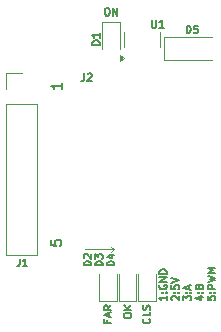
<source format=gbr>
%TF.GenerationSoftware,KiCad,Pcbnew,9.0.5-9.0.5~ubuntu24.04.1*%
%TF.CreationDate,2025-10-22T23:17:43-07:00*%
%TF.ProjectId,mag-encoder,6d61672d-656e-4636-9f64-65722e6b6963,1*%
%TF.SameCoordinates,Original*%
%TF.FileFunction,Legend,Top*%
%TF.FilePolarity,Positive*%
%FSLAX46Y46*%
G04 Gerber Fmt 4.6, Leading zero omitted, Abs format (unit mm)*
G04 Created by KiCad (PCBNEW 9.0.5-9.0.5~ubuntu24.04.1) date 2025-10-22 23:17:43*
%MOMM*%
%LPD*%
G01*
G04 APERTURE LIST*
%ADD10C,0.100000*%
%ADD11C,0.152400*%
%ADD12C,0.127000*%
%ADD13C,0.120000*%
G04 APERTURE END LIST*
D10*
X226796600Y-130810000D02*
X229235000Y-130810000D01*
X229235000Y-130810000D02*
X228955600Y-131038600D01*
X229235000Y-130810000D02*
X228955600Y-130581400D01*
D11*
X224800279Y-116687599D02*
X224800279Y-117195599D01*
X224800279Y-116941599D02*
X223911279Y-116941599D01*
X223911279Y-116941599D02*
X224038279Y-117026266D01*
X224038279Y-117026266D02*
X224122946Y-117110933D01*
X224122946Y-117110933D02*
X224165279Y-117195599D01*
D12*
X233700531Y-134738438D02*
X233700531Y-135101295D01*
X233700531Y-134919867D02*
X233065531Y-134919867D01*
X233065531Y-134919867D02*
X233156245Y-134980343D01*
X233156245Y-134980343D02*
X233216721Y-135040819D01*
X233216721Y-135040819D02*
X233246959Y-135101295D01*
X233640054Y-134466295D02*
X233670293Y-134436057D01*
X233670293Y-134436057D02*
X233700531Y-134466295D01*
X233700531Y-134466295D02*
X233670293Y-134496533D01*
X233670293Y-134496533D02*
X233640054Y-134466295D01*
X233640054Y-134466295D02*
X233700531Y-134466295D01*
X233307435Y-134466295D02*
X233337673Y-134436057D01*
X233337673Y-134436057D02*
X233367912Y-134466295D01*
X233367912Y-134466295D02*
X233337673Y-134496533D01*
X233337673Y-134496533D02*
X233307435Y-134466295D01*
X233307435Y-134466295D02*
X233367912Y-134466295D01*
X233095769Y-133831295D02*
X233065531Y-133891771D01*
X233065531Y-133891771D02*
X233065531Y-133982485D01*
X233065531Y-133982485D02*
X233095769Y-134073200D01*
X233095769Y-134073200D02*
X233156245Y-134133676D01*
X233156245Y-134133676D02*
X233216721Y-134163914D01*
X233216721Y-134163914D02*
X233337673Y-134194152D01*
X233337673Y-134194152D02*
X233428388Y-134194152D01*
X233428388Y-134194152D02*
X233549340Y-134163914D01*
X233549340Y-134163914D02*
X233609816Y-134133676D01*
X233609816Y-134133676D02*
X233670293Y-134073200D01*
X233670293Y-134073200D02*
X233700531Y-133982485D01*
X233700531Y-133982485D02*
X233700531Y-133922009D01*
X233700531Y-133922009D02*
X233670293Y-133831295D01*
X233670293Y-133831295D02*
X233640054Y-133801057D01*
X233640054Y-133801057D02*
X233428388Y-133801057D01*
X233428388Y-133801057D02*
X233428388Y-133922009D01*
X233700531Y-133528914D02*
X233065531Y-133528914D01*
X233065531Y-133528914D02*
X233700531Y-133166057D01*
X233700531Y-133166057D02*
X233065531Y-133166057D01*
X233700531Y-132863676D02*
X233065531Y-132863676D01*
X233065531Y-132863676D02*
X233065531Y-132712486D01*
X233065531Y-132712486D02*
X233095769Y-132621771D01*
X233095769Y-132621771D02*
X233156245Y-132561295D01*
X233156245Y-132561295D02*
X233216721Y-132531057D01*
X233216721Y-132531057D02*
X233337673Y-132500819D01*
X233337673Y-132500819D02*
X233428388Y-132500819D01*
X233428388Y-132500819D02*
X233549340Y-132531057D01*
X233549340Y-132531057D02*
X233609816Y-132561295D01*
X233609816Y-132561295D02*
X233670293Y-132621771D01*
X233670293Y-132621771D02*
X233700531Y-132712486D01*
X233700531Y-132712486D02*
X233700531Y-132863676D01*
X234148321Y-135101295D02*
X234118083Y-135071057D01*
X234118083Y-135071057D02*
X234087845Y-135010581D01*
X234087845Y-135010581D02*
X234087845Y-134859390D01*
X234087845Y-134859390D02*
X234118083Y-134798914D01*
X234118083Y-134798914D02*
X234148321Y-134768676D01*
X234148321Y-134768676D02*
X234208797Y-134738438D01*
X234208797Y-134738438D02*
X234269273Y-134738438D01*
X234269273Y-134738438D02*
X234359987Y-134768676D01*
X234359987Y-134768676D02*
X234722845Y-135131533D01*
X234722845Y-135131533D02*
X234722845Y-134738438D01*
X234662368Y-134466295D02*
X234692607Y-134436057D01*
X234692607Y-134436057D02*
X234722845Y-134466295D01*
X234722845Y-134466295D02*
X234692607Y-134496533D01*
X234692607Y-134496533D02*
X234662368Y-134466295D01*
X234662368Y-134466295D02*
X234722845Y-134466295D01*
X234329749Y-134466295D02*
X234359987Y-134436057D01*
X234359987Y-134436057D02*
X234390226Y-134466295D01*
X234390226Y-134466295D02*
X234359987Y-134496533D01*
X234359987Y-134496533D02*
X234329749Y-134466295D01*
X234329749Y-134466295D02*
X234390226Y-134466295D01*
X234087845Y-133861533D02*
X234087845Y-134163914D01*
X234087845Y-134163914D02*
X234390226Y-134194152D01*
X234390226Y-134194152D02*
X234359987Y-134163914D01*
X234359987Y-134163914D02*
X234329749Y-134103438D01*
X234329749Y-134103438D02*
X234329749Y-133952247D01*
X234329749Y-133952247D02*
X234359987Y-133891771D01*
X234359987Y-133891771D02*
X234390226Y-133861533D01*
X234390226Y-133861533D02*
X234450702Y-133831295D01*
X234450702Y-133831295D02*
X234601892Y-133831295D01*
X234601892Y-133831295D02*
X234662368Y-133861533D01*
X234662368Y-133861533D02*
X234692607Y-133891771D01*
X234692607Y-133891771D02*
X234722845Y-133952247D01*
X234722845Y-133952247D02*
X234722845Y-134103438D01*
X234722845Y-134103438D02*
X234692607Y-134163914D01*
X234692607Y-134163914D02*
X234662368Y-134194152D01*
X234087845Y-133649866D02*
X234722845Y-133438200D01*
X234722845Y-133438200D02*
X234087845Y-133226533D01*
X235110159Y-135131533D02*
X235110159Y-134738438D01*
X235110159Y-134738438D02*
X235352063Y-134950105D01*
X235352063Y-134950105D02*
X235352063Y-134859390D01*
X235352063Y-134859390D02*
X235382301Y-134798914D01*
X235382301Y-134798914D02*
X235412540Y-134768676D01*
X235412540Y-134768676D02*
X235473016Y-134738438D01*
X235473016Y-134738438D02*
X235624206Y-134738438D01*
X235624206Y-134738438D02*
X235684682Y-134768676D01*
X235684682Y-134768676D02*
X235714921Y-134798914D01*
X235714921Y-134798914D02*
X235745159Y-134859390D01*
X235745159Y-134859390D02*
X235745159Y-135040819D01*
X235745159Y-135040819D02*
X235714921Y-135101295D01*
X235714921Y-135101295D02*
X235684682Y-135131533D01*
X235684682Y-134466295D02*
X235714921Y-134436057D01*
X235714921Y-134436057D02*
X235745159Y-134466295D01*
X235745159Y-134466295D02*
X235714921Y-134496533D01*
X235714921Y-134496533D02*
X235684682Y-134466295D01*
X235684682Y-134466295D02*
X235745159Y-134466295D01*
X235352063Y-134466295D02*
X235382301Y-134436057D01*
X235382301Y-134436057D02*
X235412540Y-134466295D01*
X235412540Y-134466295D02*
X235382301Y-134496533D01*
X235382301Y-134496533D02*
X235352063Y-134466295D01*
X235352063Y-134466295D02*
X235412540Y-134466295D01*
X235563730Y-134194152D02*
X235563730Y-133891771D01*
X235745159Y-134254628D02*
X235110159Y-134042962D01*
X235110159Y-134042962D02*
X235745159Y-133831295D01*
X236344139Y-134798914D02*
X236767473Y-134798914D01*
X236102235Y-134950105D02*
X236555806Y-135101295D01*
X236555806Y-135101295D02*
X236555806Y-134708200D01*
X236706996Y-134466295D02*
X236737235Y-134436057D01*
X236737235Y-134436057D02*
X236767473Y-134466295D01*
X236767473Y-134466295D02*
X236737235Y-134496533D01*
X236737235Y-134496533D02*
X236706996Y-134466295D01*
X236706996Y-134466295D02*
X236767473Y-134466295D01*
X236374377Y-134466295D02*
X236404615Y-134436057D01*
X236404615Y-134436057D02*
X236434854Y-134466295D01*
X236434854Y-134466295D02*
X236404615Y-134496533D01*
X236404615Y-134496533D02*
X236374377Y-134466295D01*
X236374377Y-134466295D02*
X236434854Y-134466295D01*
X236434854Y-133952247D02*
X236465092Y-133861533D01*
X236465092Y-133861533D02*
X236495330Y-133831295D01*
X236495330Y-133831295D02*
X236555806Y-133801057D01*
X236555806Y-133801057D02*
X236646520Y-133801057D01*
X236646520Y-133801057D02*
X236706996Y-133831295D01*
X236706996Y-133831295D02*
X236737235Y-133861533D01*
X236737235Y-133861533D02*
X236767473Y-133922009D01*
X236767473Y-133922009D02*
X236767473Y-134163914D01*
X236767473Y-134163914D02*
X236132473Y-134163914D01*
X236132473Y-134163914D02*
X236132473Y-133952247D01*
X236132473Y-133952247D02*
X236162711Y-133891771D01*
X236162711Y-133891771D02*
X236192949Y-133861533D01*
X236192949Y-133861533D02*
X236253425Y-133831295D01*
X236253425Y-133831295D02*
X236313901Y-133831295D01*
X236313901Y-133831295D02*
X236374377Y-133861533D01*
X236374377Y-133861533D02*
X236404615Y-133891771D01*
X236404615Y-133891771D02*
X236434854Y-133952247D01*
X236434854Y-133952247D02*
X236434854Y-134163914D01*
X237154787Y-134768676D02*
X237154787Y-135071057D01*
X237154787Y-135071057D02*
X237457168Y-135101295D01*
X237457168Y-135101295D02*
X237426929Y-135071057D01*
X237426929Y-135071057D02*
X237396691Y-135010581D01*
X237396691Y-135010581D02*
X237396691Y-134859390D01*
X237396691Y-134859390D02*
X237426929Y-134798914D01*
X237426929Y-134798914D02*
X237457168Y-134768676D01*
X237457168Y-134768676D02*
X237517644Y-134738438D01*
X237517644Y-134738438D02*
X237668834Y-134738438D01*
X237668834Y-134738438D02*
X237729310Y-134768676D01*
X237729310Y-134768676D02*
X237759549Y-134798914D01*
X237759549Y-134798914D02*
X237789787Y-134859390D01*
X237789787Y-134859390D02*
X237789787Y-135010581D01*
X237789787Y-135010581D02*
X237759549Y-135071057D01*
X237759549Y-135071057D02*
X237729310Y-135101295D01*
X237729310Y-134466295D02*
X237759549Y-134436057D01*
X237759549Y-134436057D02*
X237789787Y-134466295D01*
X237789787Y-134466295D02*
X237759549Y-134496533D01*
X237759549Y-134496533D02*
X237729310Y-134466295D01*
X237729310Y-134466295D02*
X237789787Y-134466295D01*
X237396691Y-134466295D02*
X237426929Y-134436057D01*
X237426929Y-134436057D02*
X237457168Y-134466295D01*
X237457168Y-134466295D02*
X237426929Y-134496533D01*
X237426929Y-134496533D02*
X237396691Y-134466295D01*
X237396691Y-134466295D02*
X237457168Y-134466295D01*
X237789787Y-134163914D02*
X237154787Y-134163914D01*
X237154787Y-134163914D02*
X237154787Y-133922009D01*
X237154787Y-133922009D02*
X237185025Y-133861533D01*
X237185025Y-133861533D02*
X237215263Y-133831295D01*
X237215263Y-133831295D02*
X237275739Y-133801057D01*
X237275739Y-133801057D02*
X237366453Y-133801057D01*
X237366453Y-133801057D02*
X237426929Y-133831295D01*
X237426929Y-133831295D02*
X237457168Y-133861533D01*
X237457168Y-133861533D02*
X237487406Y-133922009D01*
X237487406Y-133922009D02*
X237487406Y-134163914D01*
X237154787Y-133589390D02*
X237789787Y-133438200D01*
X237789787Y-133438200D02*
X237336215Y-133317247D01*
X237336215Y-133317247D02*
X237789787Y-133196295D01*
X237789787Y-133196295D02*
X237154787Y-133045105D01*
X237789787Y-132803200D02*
X237154787Y-132803200D01*
X237154787Y-132803200D02*
X237608358Y-132591533D01*
X237608358Y-132591533D02*
X237154787Y-132379867D01*
X237154787Y-132379867D02*
X237789787Y-132379867D01*
D11*
X223885879Y-130014133D02*
X223885879Y-130437466D01*
X223885879Y-130437466D02*
X224309212Y-130479799D01*
X224309212Y-130479799D02*
X224266879Y-130437466D01*
X224266879Y-130437466D02*
X224224546Y-130352799D01*
X224224546Y-130352799D02*
X224224546Y-130141133D01*
X224224546Y-130141133D02*
X224266879Y-130056466D01*
X224266879Y-130056466D02*
X224309212Y-130014133D01*
X224309212Y-130014133D02*
X224393879Y-129971799D01*
X224393879Y-129971799D02*
X224605546Y-129971799D01*
X224605546Y-129971799D02*
X224690212Y-130014133D01*
X224690212Y-130014133D02*
X224732546Y-130056466D01*
X224732546Y-130056466D02*
X224774879Y-130141133D01*
X224774879Y-130141133D02*
X224774879Y-130352799D01*
X224774879Y-130352799D02*
X224732546Y-130437466D01*
X224732546Y-130437466D02*
X224690212Y-130479799D01*
D12*
X228023559Y-113473290D02*
X227388559Y-113473290D01*
X227388559Y-113473290D02*
X227388559Y-113322100D01*
X227388559Y-113322100D02*
X227418797Y-113231385D01*
X227418797Y-113231385D02*
X227479273Y-113170909D01*
X227479273Y-113170909D02*
X227539749Y-113140671D01*
X227539749Y-113140671D02*
X227660701Y-113110433D01*
X227660701Y-113110433D02*
X227751416Y-113110433D01*
X227751416Y-113110433D02*
X227872368Y-113140671D01*
X227872368Y-113140671D02*
X227932844Y-113170909D01*
X227932844Y-113170909D02*
X227993321Y-113231385D01*
X227993321Y-113231385D02*
X228023559Y-113322100D01*
X228023559Y-113322100D02*
X228023559Y-113473290D01*
X228023559Y-112505671D02*
X228023559Y-112868528D01*
X228023559Y-112687100D02*
X227388559Y-112687100D01*
X227388559Y-112687100D02*
X227479273Y-112747576D01*
X227479273Y-112747576D02*
X227539749Y-112808052D01*
X227539749Y-112808052D02*
X227569987Y-112868528D01*
X228587904Y-110370759D02*
X228708857Y-110370759D01*
X228708857Y-110370759D02*
X228769333Y-110400997D01*
X228769333Y-110400997D02*
X228829809Y-110461473D01*
X228829809Y-110461473D02*
X228860047Y-110582425D01*
X228860047Y-110582425D02*
X228860047Y-110794092D01*
X228860047Y-110794092D02*
X228829809Y-110915044D01*
X228829809Y-110915044D02*
X228769333Y-110975521D01*
X228769333Y-110975521D02*
X228708857Y-111005759D01*
X228708857Y-111005759D02*
X228587904Y-111005759D01*
X228587904Y-111005759D02*
X228527428Y-110975521D01*
X228527428Y-110975521D02*
X228466952Y-110915044D01*
X228466952Y-110915044D02*
X228436714Y-110794092D01*
X228436714Y-110794092D02*
X228436714Y-110582425D01*
X228436714Y-110582425D02*
X228466952Y-110461473D01*
X228466952Y-110461473D02*
X228527428Y-110400997D01*
X228527428Y-110400997D02*
X228587904Y-110370759D01*
X229132190Y-111005759D02*
X229132190Y-110370759D01*
X229132190Y-110370759D02*
X229495047Y-111005759D01*
X229495047Y-111005759D02*
X229495047Y-110370759D01*
X227286959Y-132167690D02*
X226651959Y-132167690D01*
X226651959Y-132167690D02*
X226651959Y-132016500D01*
X226651959Y-132016500D02*
X226682197Y-131925785D01*
X226682197Y-131925785D02*
X226742673Y-131865309D01*
X226742673Y-131865309D02*
X226803149Y-131835071D01*
X226803149Y-131835071D02*
X226924101Y-131804833D01*
X226924101Y-131804833D02*
X227014816Y-131804833D01*
X227014816Y-131804833D02*
X227135768Y-131835071D01*
X227135768Y-131835071D02*
X227196244Y-131865309D01*
X227196244Y-131865309D02*
X227256721Y-131925785D01*
X227256721Y-131925785D02*
X227286959Y-132016500D01*
X227286959Y-132016500D02*
X227286959Y-132167690D01*
X226712435Y-131562928D02*
X226682197Y-131532690D01*
X226682197Y-131532690D02*
X226651959Y-131472214D01*
X226651959Y-131472214D02*
X226651959Y-131321023D01*
X226651959Y-131321023D02*
X226682197Y-131260547D01*
X226682197Y-131260547D02*
X226712435Y-131230309D01*
X226712435Y-131230309D02*
X226772911Y-131200071D01*
X226772911Y-131200071D02*
X226833387Y-131200071D01*
X226833387Y-131200071D02*
X226924101Y-131230309D01*
X226924101Y-131230309D02*
X227286959Y-131593166D01*
X227286959Y-131593166D02*
X227286959Y-131200071D01*
X228673073Y-136795328D02*
X228673073Y-137006995D01*
X229005692Y-137006995D02*
X228370692Y-137006995D01*
X228370692Y-137006995D02*
X228370692Y-136704614D01*
X228824263Y-136492947D02*
X228824263Y-136190566D01*
X229005692Y-136553423D02*
X228370692Y-136341757D01*
X228370692Y-136341757D02*
X229005692Y-136130090D01*
X229005692Y-135555566D02*
X228703311Y-135767233D01*
X229005692Y-135918423D02*
X228370692Y-135918423D01*
X228370692Y-135918423D02*
X228370692Y-135676518D01*
X228370692Y-135676518D02*
X228400930Y-135616042D01*
X228400930Y-135616042D02*
X228431168Y-135585804D01*
X228431168Y-135585804D02*
X228491644Y-135555566D01*
X228491644Y-135555566D02*
X228582358Y-135555566D01*
X228582358Y-135555566D02*
X228642834Y-135585804D01*
X228642834Y-135585804D02*
X228673073Y-135616042D01*
X228673073Y-135616042D02*
X228703311Y-135676518D01*
X228703311Y-135676518D02*
X228703311Y-135918423D01*
X232434190Y-111386759D02*
X232434190Y-111900806D01*
X232434190Y-111900806D02*
X232464428Y-111961282D01*
X232464428Y-111961282D02*
X232494666Y-111991521D01*
X232494666Y-111991521D02*
X232555142Y-112021759D01*
X232555142Y-112021759D02*
X232676095Y-112021759D01*
X232676095Y-112021759D02*
X232736571Y-111991521D01*
X232736571Y-111991521D02*
X232766809Y-111961282D01*
X232766809Y-111961282D02*
X232797047Y-111900806D01*
X232797047Y-111900806D02*
X232797047Y-111386759D01*
X233432047Y-112021759D02*
X233069190Y-112021759D01*
X233250618Y-112021759D02*
X233250618Y-111386759D01*
X233250618Y-111386759D02*
X233190142Y-111477473D01*
X233190142Y-111477473D02*
X233129666Y-111537949D01*
X233129666Y-111537949D02*
X233069190Y-111568187D01*
X226711933Y-115907959D02*
X226711933Y-116361530D01*
X226711933Y-116361530D02*
X226681694Y-116452244D01*
X226681694Y-116452244D02*
X226621218Y-116512721D01*
X226621218Y-116512721D02*
X226530504Y-116542959D01*
X226530504Y-116542959D02*
X226470028Y-116542959D01*
X226984076Y-115968435D02*
X227014314Y-115938197D01*
X227014314Y-115938197D02*
X227074790Y-115907959D01*
X227074790Y-115907959D02*
X227225981Y-115907959D01*
X227225981Y-115907959D02*
X227286457Y-115938197D01*
X227286457Y-115938197D02*
X227316695Y-115968435D01*
X227316695Y-115968435D02*
X227346933Y-116028911D01*
X227346933Y-116028911D02*
X227346933Y-116089387D01*
X227346933Y-116089387D02*
X227316695Y-116180101D01*
X227316695Y-116180101D02*
X226953838Y-116542959D01*
X226953838Y-116542959D02*
X227346933Y-116542959D01*
X228277559Y-132167690D02*
X227642559Y-132167690D01*
X227642559Y-132167690D02*
X227642559Y-132016500D01*
X227642559Y-132016500D02*
X227672797Y-131925785D01*
X227672797Y-131925785D02*
X227733273Y-131865309D01*
X227733273Y-131865309D02*
X227793749Y-131835071D01*
X227793749Y-131835071D02*
X227914701Y-131804833D01*
X227914701Y-131804833D02*
X228005416Y-131804833D01*
X228005416Y-131804833D02*
X228126368Y-131835071D01*
X228126368Y-131835071D02*
X228186844Y-131865309D01*
X228186844Y-131865309D02*
X228247321Y-131925785D01*
X228247321Y-131925785D02*
X228277559Y-132016500D01*
X228277559Y-132016500D02*
X228277559Y-132167690D01*
X227642559Y-131593166D02*
X227642559Y-131200071D01*
X227642559Y-131200071D02*
X227884463Y-131411738D01*
X227884463Y-131411738D02*
X227884463Y-131321023D01*
X227884463Y-131321023D02*
X227914701Y-131260547D01*
X227914701Y-131260547D02*
X227944940Y-131230309D01*
X227944940Y-131230309D02*
X228005416Y-131200071D01*
X228005416Y-131200071D02*
X228156606Y-131200071D01*
X228156606Y-131200071D02*
X228217082Y-131230309D01*
X228217082Y-131230309D02*
X228247321Y-131260547D01*
X228247321Y-131260547D02*
X228277559Y-131321023D01*
X228277559Y-131321023D02*
X228277559Y-131502452D01*
X228277559Y-131502452D02*
X228247321Y-131562928D01*
X228247321Y-131562928D02*
X228217082Y-131593166D01*
X230038625Y-136462709D02*
X230038625Y-136341756D01*
X230038625Y-136341756D02*
X230068863Y-136281280D01*
X230068863Y-136281280D02*
X230129339Y-136220804D01*
X230129339Y-136220804D02*
X230250291Y-136190566D01*
X230250291Y-136190566D02*
X230461958Y-136190566D01*
X230461958Y-136190566D02*
X230582910Y-136220804D01*
X230582910Y-136220804D02*
X230643387Y-136281280D01*
X230643387Y-136281280D02*
X230673625Y-136341756D01*
X230673625Y-136341756D02*
X230673625Y-136462709D01*
X230673625Y-136462709D02*
X230643387Y-136523185D01*
X230643387Y-136523185D02*
X230582910Y-136583661D01*
X230582910Y-136583661D02*
X230461958Y-136613899D01*
X230461958Y-136613899D02*
X230250291Y-136613899D01*
X230250291Y-136613899D02*
X230129339Y-136583661D01*
X230129339Y-136583661D02*
X230068863Y-136523185D01*
X230068863Y-136523185D02*
X230038625Y-136462709D01*
X230673625Y-135918423D02*
X230038625Y-135918423D01*
X230673625Y-135555566D02*
X230310767Y-135827709D01*
X230038625Y-135555566D02*
X230401482Y-135918423D01*
X221250933Y-131579759D02*
X221250933Y-132033330D01*
X221250933Y-132033330D02*
X221220694Y-132124044D01*
X221220694Y-132124044D02*
X221160218Y-132184521D01*
X221160218Y-132184521D02*
X221069504Y-132214759D01*
X221069504Y-132214759D02*
X221009028Y-132214759D01*
X221885933Y-132214759D02*
X221523076Y-132214759D01*
X221704504Y-132214759D02*
X221704504Y-131579759D01*
X221704504Y-131579759D02*
X221644028Y-131670473D01*
X221644028Y-131670473D02*
X221583552Y-131730949D01*
X221583552Y-131730949D02*
X221523076Y-131761187D01*
X235370309Y-112504359D02*
X235370309Y-111869359D01*
X235370309Y-111869359D02*
X235521499Y-111869359D01*
X235521499Y-111869359D02*
X235612214Y-111899597D01*
X235612214Y-111899597D02*
X235672690Y-111960073D01*
X235672690Y-111960073D02*
X235702928Y-112020549D01*
X235702928Y-112020549D02*
X235733166Y-112141501D01*
X235733166Y-112141501D02*
X235733166Y-112232216D01*
X235733166Y-112232216D02*
X235702928Y-112353168D01*
X235702928Y-112353168D02*
X235672690Y-112413644D01*
X235672690Y-112413644D02*
X235612214Y-112474121D01*
X235612214Y-112474121D02*
X235521499Y-112504359D01*
X235521499Y-112504359D02*
X235370309Y-112504359D01*
X236307690Y-111869359D02*
X236005309Y-111869359D01*
X236005309Y-111869359D02*
X235975071Y-112171740D01*
X235975071Y-112171740D02*
X236005309Y-112141501D01*
X236005309Y-112141501D02*
X236065785Y-112111263D01*
X236065785Y-112111263D02*
X236216976Y-112111263D01*
X236216976Y-112111263D02*
X236277452Y-112141501D01*
X236277452Y-112141501D02*
X236307690Y-112171740D01*
X236307690Y-112171740D02*
X236337928Y-112232216D01*
X236337928Y-112232216D02*
X236337928Y-112383406D01*
X236337928Y-112383406D02*
X236307690Y-112443882D01*
X236307690Y-112443882D02*
X236277452Y-112474121D01*
X236277452Y-112474121D02*
X236216976Y-112504359D01*
X236216976Y-112504359D02*
X236065785Y-112504359D01*
X236065785Y-112504359D02*
X236005309Y-112474121D01*
X236005309Y-112474121D02*
X235975071Y-112443882D01*
X229268159Y-132167690D02*
X228633159Y-132167690D01*
X228633159Y-132167690D02*
X228633159Y-132016500D01*
X228633159Y-132016500D02*
X228663397Y-131925785D01*
X228663397Y-131925785D02*
X228723873Y-131865309D01*
X228723873Y-131865309D02*
X228784349Y-131835071D01*
X228784349Y-131835071D02*
X228905301Y-131804833D01*
X228905301Y-131804833D02*
X228996016Y-131804833D01*
X228996016Y-131804833D02*
X229116968Y-131835071D01*
X229116968Y-131835071D02*
X229177444Y-131865309D01*
X229177444Y-131865309D02*
X229237921Y-131925785D01*
X229237921Y-131925785D02*
X229268159Y-132016500D01*
X229268159Y-132016500D02*
X229268159Y-132167690D01*
X228844825Y-131260547D02*
X229268159Y-131260547D01*
X228602921Y-131411738D02*
X229056492Y-131562928D01*
X229056492Y-131562928D02*
X229056492Y-131169833D01*
X232230282Y-136674376D02*
X232260521Y-136704614D01*
X232260521Y-136704614D02*
X232290759Y-136795328D01*
X232290759Y-136795328D02*
X232290759Y-136855804D01*
X232290759Y-136855804D02*
X232260521Y-136946519D01*
X232260521Y-136946519D02*
X232200044Y-137006995D01*
X232200044Y-137006995D02*
X232139568Y-137037233D01*
X232139568Y-137037233D02*
X232018616Y-137067471D01*
X232018616Y-137067471D02*
X231927901Y-137067471D01*
X231927901Y-137067471D02*
X231806949Y-137037233D01*
X231806949Y-137037233D02*
X231746473Y-137006995D01*
X231746473Y-137006995D02*
X231685997Y-136946519D01*
X231685997Y-136946519D02*
X231655759Y-136855804D01*
X231655759Y-136855804D02*
X231655759Y-136795328D01*
X231655759Y-136795328D02*
X231685997Y-136704614D01*
X231685997Y-136704614D02*
X231716235Y-136674376D01*
X232290759Y-136099852D02*
X232290759Y-136402233D01*
X232290759Y-136402233D02*
X231655759Y-136402233D01*
X232260521Y-135918423D02*
X232290759Y-135827709D01*
X232290759Y-135827709D02*
X232290759Y-135676518D01*
X232290759Y-135676518D02*
X232260521Y-135616042D01*
X232260521Y-135616042D02*
X232230282Y-135585804D01*
X232230282Y-135585804D02*
X232169806Y-135555566D01*
X232169806Y-135555566D02*
X232109330Y-135555566D01*
X232109330Y-135555566D02*
X232048854Y-135585804D01*
X232048854Y-135585804D02*
X232018616Y-135616042D01*
X232018616Y-135616042D02*
X231988378Y-135676518D01*
X231988378Y-135676518D02*
X231958140Y-135797471D01*
X231958140Y-135797471D02*
X231927901Y-135857947D01*
X231927901Y-135857947D02*
X231897663Y-135888185D01*
X231897663Y-135888185D02*
X231837187Y-135918423D01*
X231837187Y-135918423D02*
X231776711Y-135918423D01*
X231776711Y-135918423D02*
X231716235Y-135888185D01*
X231716235Y-135888185D02*
X231685997Y-135857947D01*
X231685997Y-135857947D02*
X231655759Y-135797471D01*
X231655759Y-135797471D02*
X231655759Y-135646280D01*
X231655759Y-135646280D02*
X231685997Y-135555566D01*
D13*
%TO.C,D1*%
X228246000Y-111545000D02*
X228246000Y-113830000D01*
X229716000Y-111545000D02*
X228246000Y-111545000D01*
X229716000Y-113830000D02*
X229716000Y-111545000D01*
%TO.C,D2*%
X227992000Y-132931000D02*
X227992000Y-135216000D01*
X227992000Y-135216000D02*
X229462000Y-135216000D01*
X229462000Y-135216000D02*
X229462000Y-132931000D01*
%TO.C,U1*%
X230037200Y-113030000D02*
X230037200Y-112380000D01*
X230037200Y-113030000D02*
X230037200Y-113680000D01*
X233157200Y-113030000D02*
X233157200Y-112380000D01*
X233157200Y-113030000D02*
X233157200Y-113680000D01*
X230087200Y-114630000D02*
X229757200Y-114870000D01*
X229757200Y-114390000D01*
X230087200Y-114630000D01*
G36*
X230087200Y-114630000D02*
G01*
X229757200Y-114870000D01*
X229757200Y-114390000D01*
X230087200Y-114630000D01*
G37*
%TO.C,D3*%
X229643000Y-132931000D02*
X229643000Y-135216000D01*
X229643000Y-135216000D02*
X231113000Y-135216000D01*
X231113000Y-135216000D02*
X231113000Y-132931000D01*
%TO.C,J1*%
X220081800Y-115891000D02*
X221411800Y-115891000D01*
X220081800Y-117221000D02*
X220081800Y-115891000D01*
X220081800Y-118491000D02*
X220081800Y-131251000D01*
X220081800Y-118491000D02*
X222741800Y-118491000D01*
X220081800Y-131251000D02*
X222741800Y-131251000D01*
X222741800Y-118491000D02*
X222741800Y-131251000D01*
%TO.C,D5*%
X233479000Y-112792000D02*
X233479000Y-114792000D01*
X233479000Y-112792000D02*
X237489000Y-112792000D01*
X233479000Y-114792000D02*
X237489000Y-114792000D01*
%TO.C,D4*%
X231294000Y-132931000D02*
X231294000Y-135216000D01*
X231294000Y-135216000D02*
X232764000Y-135216000D01*
X232764000Y-135216000D02*
X232764000Y-132931000D01*
%TD*%
M02*

</source>
